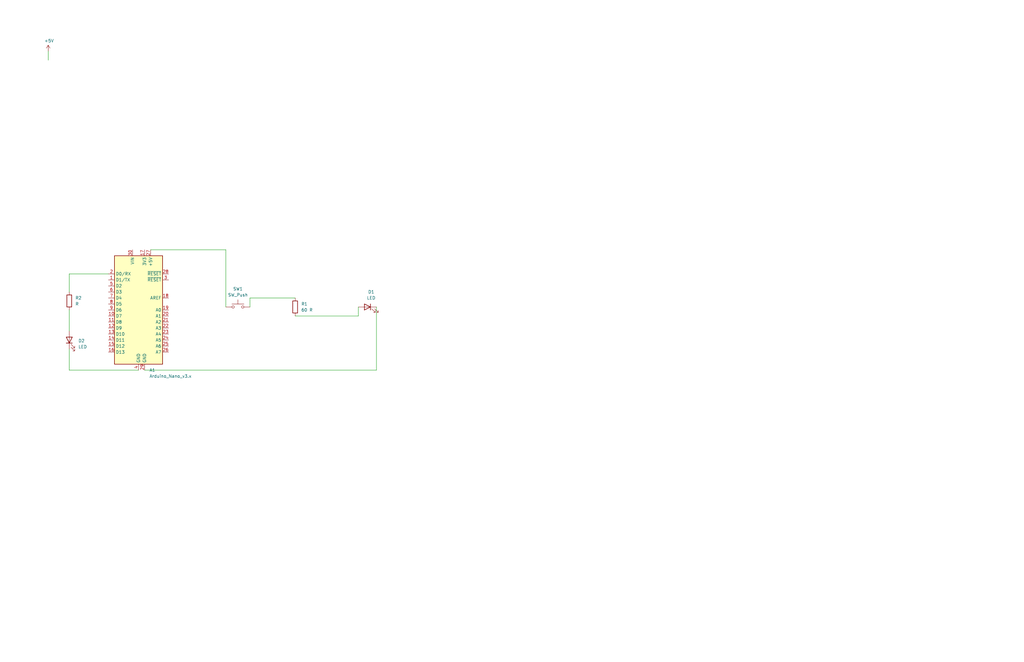
<source format=kicad_sch>
(kicad_sch (version 20211123) (generator eeschema)
  (paper "B")
  (title_block (title "OEM Project Template") (date "2019-08-22") (rev "1") (company "Olin Electric Motorsports") (comment 1 "Wesley Soo-Hoo"))
  (lib_symbols
    (symbol "Device:LED" (pin_numbers hide) (pin_names (offset 1.016) hide)
      (property "Reference" "D" (at 0 2.54 0))
      (property "Value" "LED" (at 0 -2.54 0))
      (symbol "LED_0_1"
        (polyline (pts (xy -1.27 -1.27) (xy -1.27 1.27)) (stroke (width 0.254)))
        (polyline (pts (xy -1.27 0) (xy 1.27 0)))
        (polyline (pts (xy 1.27 -1.27) (xy 1.27 1.27) (xy -1.27 0) (xy 1.27 -1.27)) (stroke (width 0.254)))
        (polyline (pts (xy -3.048 -0.762) (xy -4.572 -2.286) (xy -3.81 -2.286) (xy -4.572 -2.286) (xy -4.572 -1.524)))
        (polyline (pts (xy -1.778 -0.762) (xy -3.302 -2.286) (xy -2.54 -2.286) (xy -3.302 -2.286) (xy -3.302 -1.524)))
      )
      (symbol "LED_1_1"
        (pin passive line (at -3.81 0 0) (length 2.54) (name "K") (number "1"))
        (pin passive line (at 3.81 0 180) (length 2.54) (name "A") (number "2"))
      )
    )
    (symbol "Device:R" (pin_numbers hide) (pin_names (offset 0))
      (property "Reference" "R" (at 2.032 0 90))
      (property "Value" "R" (at 0 0 90))
      (symbol "R_0_1"
        (rectangle (start -1.016 -2.54) (end 1.016 2.54) (stroke (width 0.254)))
      )
      (symbol "R_1_1"
        (pin passive line (at 0 3.81 270) (length 1.27) (name "~") (number "1"))
        (pin passive line (at 0 -3.81 90) (length 1.27) (name "~") (number "2"))
      )
    )
    (symbol "MCU_Module:Arduino_Nano_v3.x"
      (property "Reference" "A" (at -10.16 23.495 0))
      (property "Value" "Arduino_Nano_v3.x" (at 5.08 -24.13 0))
      (symbol "Arduino_Nano_v3.x_0_1"
        (rectangle (start -10.16 22.86) (end 10.16 -22.86) (stroke (width 0.254)) (fill (type background)))
      )
      (symbol "Arduino_Nano_v3.x_1_1"
        (pin bidirectional line (at -12.7 12.7 0) (length 2.54) (name "D1/TX") (number "1"))
        (pin bidirectional line (at -12.7 -2.54 0) (length 2.54) (name "D7") (number "10"))
        (pin bidirectional line (at -12.7 -5.08 0) (length 2.54) (name "D8") (number "11"))
        (pin bidirectional line (at -12.7 -7.62 0) (length 2.54) (name "D9") (number "12"))
        (pin bidirectional line (at -12.7 -10.16 0) (length 2.54) (name "D10") (number "13"))
        (pin bidirectional line (at -12.7 -12.7 0) (length 2.54) (name "D11") (number "14"))
        (pin bidirectional line (at -12.7 -15.24 0) (length 2.54) (name "D12") (number "15"))
        (pin bidirectional line (at -12.7 -17.78 0) (length 2.54) (name "D13") (number "16"))
        (pin power_out line (at 2.54 25.4 270) (length 2.54) (name "3V3") (number "17"))
        (pin input line (at 12.7 5.08 180) (length 2.54) (name "AREF") (number "18"))
        (pin bidirectional line (at 12.7 0 180) (length 2.54) (name "A0") (number "19"))
        (pin bidirectional line (at -12.7 15.24 0) (length 2.54) (name "D0/RX") (number "2"))
        (pin bidirectional line (at 12.7 -2.54 180) (length 2.54) (name "A1") (number "20"))
        (pin bidirectional line (at 12.7 -5.08 180) (length 2.54) (name "A2") (number "21"))
        (pin bidirectional line (at 12.7 -7.62 180) (length 2.54) (name "A3") (number "22"))
        (pin bidirectional line (at 12.7 -10.16 180) (length 2.54) (name "A4") (number "23"))
        (pin bidirectional line (at 12.7 -12.7 180) (length 2.54) (name "A5") (number "24"))
        (pin bidirectional line (at 12.7 -15.24 180) (length 2.54) (name "A6") (number "25"))
        (pin bidirectional line (at 12.7 -17.78 180) (length 2.54) (name "A7") (number "26"))
        (pin power_out line (at 5.08 25.4 270) (length 2.54) (name "+5V") (number "27"))
        (pin input line (at 12.7 15.24 180) (length 2.54) (name "~{RESET}") (number "28"))
        (pin power_in line (at 2.54 -25.4 90) (length 2.54) (name "GND") (number "29"))
        (pin input line (at 12.7 12.7 180) (length 2.54) (name "~{RESET}") (number "3"))
        (pin power_in line (at -2.54 25.4 270) (length 2.54) (name "VIN") (number "30"))
        (pin power_in line (at 0 -25.4 90) (length 2.54) (name "GND") (number "4"))
        (pin bidirectional line (at -12.7 10.16 0) (length 2.54) (name "D2") (number "5"))
        (pin bidirectional line (at -12.7 7.62 0) (length 2.54) (name "D3") (number "6"))
        (pin bidirectional line (at -12.7 5.08 0) (length 2.54) (name "D4") (number "7"))
        (pin bidirectional line (at -12.7 2.54 0) (length 2.54) (name "D5") (number "8"))
        (pin bidirectional line (at -12.7 0 0) (length 2.54) (name "D6") (number "9"))
      )
    )
    (symbol "Switch:SW_Push" (pin_numbers hide) (pin_names (offset 1.016) hide)
      (property "Reference" "SW" (at 1.27 2.54 0))
      (property "Value" "SW_Push" (at 0 -1.524 0))
      (symbol "SW_Push_0_1"
        (circle (center -2.032 0) (radius 0.508))
        (polyline (pts (xy 0 1.27) (xy 0 3.048)))
        (polyline (pts (xy 2.54 1.27) (xy -2.54 1.27)))
        (circle (center 2.032 0) (radius 0.508))
        (pin passive line (at -5.08 0 0) (length 2.54) (name "1") (number "1"))
        (pin passive line (at 5.08 0 180) (length 2.54) (name "2") (number "2"))
      )
    )
    (symbol "power:+5V" (power) (pin_names (offset 0))
      (property "Value" "+5V" (at 0 3.556 0))
      (symbol "+5V_0_1"
        (polyline (pts (xy -0.762 1.27) (xy 0 2.54)))
        (polyline (pts (xy 0 0) (xy 0 2.54)))
        (polyline (pts (xy 0 2.54) (xy 0.762 1.27)))
      )
      (symbol "+5V_1_1"
        (pin power_in line (at 0 0 90) (length 0) hide (name "+5V") (number "1"))
      )
    )
  )
  (wire (pts (xy 29.21 147.32) (xy 29.21 156.21)))
  (wire (pts (xy 124.46 133.35) (xy 151.13 133.35)))
  (wire (pts (xy 105.41 125.73) (xy 124.46 125.73)))
  (wire (pts (xy 29.21 156.21) (xy 58.42 156.21)))
  (wire (pts (xy 29.21 130.81) (xy 29.21 139.7)))
  (wire (pts (xy 105.41 129.54) (xy 105.41 125.73)))
  (wire (pts (xy 158.75 129.54) (xy 158.75 156.21)))
  (wire (pts (xy 29.21 115.57) (xy 29.21 123.19)))
  (wire (pts (xy 95.25 105.41) (xy 95.25 129.54)))
  (wire (pts (xy 45.72 115.57) (xy 29.21 115.57)))
  (wire (pts (xy 20.32 21.59) (xy 20.32 25.4)))
  (wire (pts (xy 158.75 156.21) (xy 60.96 156.21)))
  (wire (pts (xy 151.13 133.35) (xy 151.13 129.54)))
  (wire (pts (xy 63.5 105.41) (xy 95.25 105.41)))
  (symbol (lib_id "power:+5V") (at 20.32 21.59 0) (unit 1)
    (property "Reference" "#PWR?" (effects hide))
    (property "Value" "+5V" (at 20.701 17.1958 0))
  )
  (symbol (lib_id "Device:LED") (at 29.21 143.51 90) (unit 1)
    (property "Reference" "D2" (at 33.02 143.8274 90) (effects (justify right)))
    (property "Value" "LED" (at 33.02 146.3674 90) (effects (justify right)))
  )
  (symbol (lib_id "MCU_Module:Arduino_Nano_v3.x") (at 58.42 130.81 0) (unit 1)
    (property "Reference" "A1" (at 62.9794 156.21 0) (effects (justify left)))
    (property "Value" "Arduino_Nano_v3.x" (at 62.9794 158.75 0) (effects (justify left)))
    (property "Footprint" "Module:Arduino_Nano" (effects hide))
    (property "Datasheet" "http://www.mouser.com/pdfdocs/Gravitech_Arduino_Nano3_0.pdf" (effects hide))
  )
  (symbol (lib_id "Device:LED") (at 154.94 129.54 0) (mirror y) (unit 1)
    (property "Reference" "D1" (at 156.5275 123.19 0))
    (property "Value" "LED" (at 156.5275 125.73 0))
  )
  (symbol (lib_id "Device:R") (at 29.21 127 0) (unit 1)
    (property "Reference" "R2" (at 31.75 125.7299 0) (effects (justify left)))
    (property "Value" "R" (at 31.75 128.2699 0) (effects (justify left)))
  )
  (symbol (lib_id "Device:R") (at 124.46 129.54 0) (unit 1)
    (property "Reference" "R1" (at 127 128.2699 0) (effects (justify left)))
    (property "Value" "60 R" (at 127 130.8099 0) (effects (justify left)))
  )
  (symbol (lib_id "Switch:SW_Push") (at 100.33 129.54 0) (unit 1)
    (property "Reference" "SW1" (at 100.33 121.92 0))
    (property "Value" "SW_Push" (at 100.33 124.46 0))
  )
)
</source>
